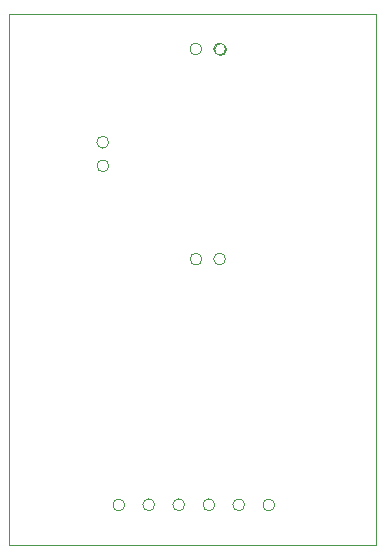
<source format=gm1>
%TF.GenerationSoftware,KiCad,Pcbnew,(6.0.6)*%
%TF.CreationDate,2022-07-27T15:13:06-07:00*%
%TF.ProjectId,EcobitNRF9160 EV3,45636f62-6974-44e5-9246-393136302045,rev?*%
%TF.SameCoordinates,Original*%
%TF.FileFunction,Profile,NP*%
%FSLAX46Y46*%
G04 Gerber Fmt 4.6, Leading zero omitted, Abs format (unit mm)*
G04 Created by KiCad (PCBNEW (6.0.6)) date 2022-07-27 15:13:06*
%MOMM*%
%LPD*%
G01*
G04 APERTURE LIST*
%TA.AperFunction,Profile*%
%ADD10C,0.038100*%
%TD*%
%TA.AperFunction,Profile*%
%ADD11C,0.050000*%
%TD*%
G04 APERTURE END LIST*
D10*
X139080380Y-120240000D02*
G75*
G03*
X139080380Y-120240000I-500380J0D01*
G01*
X136530380Y-120230000D02*
G75*
G03*
X136530380Y-120230000I-500380J0D01*
G01*
X134000380Y-120220000D02*
G75*
G03*
X134000380Y-120220000I-500380J0D01*
G01*
X131450380Y-120220000D02*
G75*
G03*
X131450380Y-120220000I-500380J0D01*
G01*
X128910380Y-120220000D02*
G75*
G03*
X128910380Y-120220000I-500380J0D01*
G01*
X126380380Y-120240000D02*
G75*
G03*
X126380380Y-120240000I-500380J0D01*
G01*
X132910000Y-99420000D02*
G75*
G03*
X132910000Y-99420000I-500380J0D01*
G01*
X125030000Y-91520000D02*
G75*
G03*
X125030000Y-91520000I-500380J0D01*
G01*
X125010000Y-89520000D02*
G75*
G03*
X125010000Y-89520000I-500380J0D01*
G01*
X135000760Y-81680000D02*
G75*
G03*
X135000760Y-81680000I-500380J0D01*
G01*
X134930760Y-81640000D02*
G75*
G03*
X134930760Y-81640000I-500380J0D01*
G01*
X132900760Y-81630000D02*
G75*
G03*
X132900760Y-81630000I-500380J0D01*
G01*
X134912202Y-81639994D02*
G75*
G03*
X134912202Y-81639994I-500380J0D01*
G01*
X134912202Y-99419994D02*
G75*
G03*
X134912202Y-99419994I-500380J0D01*
G01*
D11*
X116619993Y-78659988D02*
X147620007Y-78659988D01*
X147620007Y-78659988D02*
X147620007Y-123660000D01*
X147620007Y-123660000D02*
X116619993Y-123660000D01*
X116619993Y-123660000D02*
X116619993Y-78659988D01*
M02*

</source>
